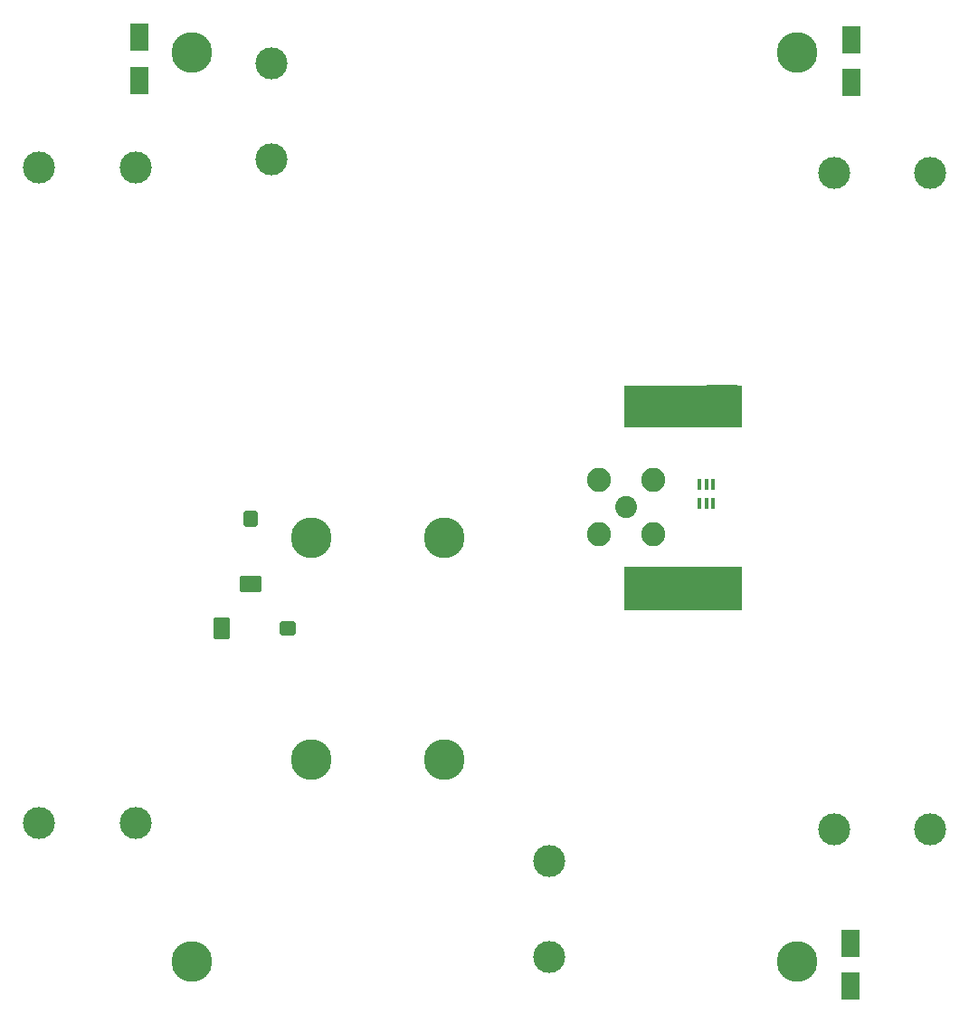
<source format=gts>
%TF.GenerationSoftware,KiCad,Pcbnew,8.0.8*%
%TF.CreationDate,2025-03-29T22:03:17-04:00*%
%TF.ProjectId,ZPlus_Panel,5a506c75-735f-4506-916e-656c2e6b6963,v1b*%
%TF.SameCoordinates,Original*%
%TF.FileFunction,Soldermask,Top*%
%TF.FilePolarity,Negative*%
%FSLAX46Y46*%
G04 Gerber Fmt 4.6, Leading zero omitted, Abs format (unit mm)*
G04 Created by KiCad (PCBNEW 8.0.8) date 2025-03-29 22:03:17*
%MOMM*%
%LPD*%
G01*
G04 APERTURE LIST*
G04 Aperture macros list*
%AMRoundRect*
0 Rectangle with rounded corners*
0 $1 Rounding radius*
0 $2 $3 $4 $5 $6 $7 $8 $9 X,Y pos of 4 corners*
0 Add a 4 corners polygon primitive as box body*
4,1,4,$2,$3,$4,$5,$6,$7,$8,$9,$2,$3,0*
0 Add four circle primitives for the rounded corners*
1,1,$1+$1,$2,$3*
1,1,$1+$1,$4,$5*
1,1,$1+$1,$6,$7*
1,1,$1+$1,$8,$9*
0 Add four rect primitives between the rounded corners*
20,1,$1+$1,$2,$3,$4,$5,0*
20,1,$1+$1,$4,$5,$6,$7,0*
20,1,$1+$1,$6,$7,$8,$9,0*
20,1,$1+$1,$8,$9,$2,$3,0*%
%AMFreePoly0*
4,1,5,2.000000,-5.500000,-2.000000,-5.500000,-2.000000,5.500000,2.000000,5.500000,2.000000,-5.500000,2.000000,-5.500000,$1*%
G04 Aperture macros list end*
%ADD10C,3.000000*%
%ADD11C,2.600000*%
%ADD12C,3.800000*%
%ADD13RoundRect,0.187500X-0.862500X0.562500X-0.862500X-0.562500X0.862500X-0.562500X0.862500X0.562500X0*%
%ADD14RoundRect,0.162500X-0.487500X0.587500X-0.487500X-0.587500X0.487500X-0.587500X0.487500X0.587500X0*%
%ADD15RoundRect,0.175000X-0.825000X0.525000X-0.825000X-0.525000X0.825000X-0.525000X0.825000X0.525000X0*%
%ADD16RoundRect,0.150000X-0.450000X0.550000X-0.450000X-0.550000X0.450000X-0.550000X0.450000X0.550000X0*%
%ADD17R,1.700000X2.500000*%
%ADD18FreePoly0,90.000000*%
%ADD19R,11.000000X4.000000*%
%ADD20R,3.000000X4.000000*%
%ADD21RoundRect,0.187500X0.562500X0.862500X-0.562500X0.862500X-0.562500X-0.862500X0.562500X-0.862500X0*%
%ADD22RoundRect,0.162500X0.587500X0.487500X-0.587500X0.487500X-0.587500X-0.487500X0.587500X-0.487500X0*%
%ADD23RoundRect,0.175000X0.525000X0.825000X-0.525000X0.825000X-0.525000X-0.825000X0.525000X-0.825000X0*%
%ADD24RoundRect,0.150000X0.550000X0.450000X-0.550000X0.450000X-0.550000X-0.450000X0.550000X-0.450000X0*%
%ADD25R,0.350000X1.000000*%
%ADD26C,2.050000*%
%ADD27C,2.250000*%
G04 APERTURE END LIST*
D10*
X140900000Y-56700000D03*
X149900000Y-56700000D03*
D11*
X155182000Y-45965600D03*
D12*
X155182000Y-45965600D03*
D10*
X188600000Y-121500000D03*
X188600000Y-130500000D03*
D11*
X166325000Y-112100000D03*
D12*
X166325000Y-112100000D03*
D11*
X178825000Y-112100000D03*
D12*
X178825000Y-112100000D03*
D13*
X160675000Y-95650000D03*
D14*
X160675000Y-89550000D03*
D15*
X160675000Y-95650000D03*
D16*
X160675000Y-89550000D03*
D11*
X178825000Y-91300000D03*
D12*
X178825000Y-91300000D03*
D11*
X211856000Y-45965600D03*
D12*
X211856000Y-45965600D03*
D17*
X150250000Y-44525000D03*
X150250000Y-48525000D03*
D10*
X162625000Y-55925000D03*
X162625000Y-46925000D03*
X215300000Y-57200000D03*
X224300000Y-57200000D03*
D18*
X201170000Y-96080000D03*
D19*
X201170000Y-79000000D03*
D20*
X204770000Y-96090000D03*
X204770000Y-78990000D03*
D10*
X149900000Y-118000000D03*
X140900000Y-118000000D03*
D11*
X211856000Y-130965600D03*
D12*
X211856000Y-130965600D03*
D21*
X158025000Y-99775000D03*
D22*
X164125000Y-99775000D03*
D23*
X158025000Y-99775000D03*
D24*
X164125000Y-99775000D03*
D10*
X224300000Y-118600000D03*
X215300000Y-118600000D03*
D17*
X216950000Y-44725000D03*
X216950000Y-48725000D03*
D11*
X155182000Y-130965600D03*
D12*
X155182000Y-130965600D03*
D25*
X202674000Y-88084000D03*
X203324000Y-88084000D03*
X203974000Y-88084000D03*
X203974000Y-86284000D03*
X203324000Y-86284000D03*
X202674000Y-86284000D03*
D11*
X166325000Y-91300000D03*
D12*
X166325000Y-91300000D03*
D17*
X216850000Y-129250000D03*
X216850000Y-133250000D03*
D26*
X195800000Y-88400000D03*
D27*
X193260000Y-90940000D03*
X198340000Y-90940000D03*
X193260000Y-85860000D03*
X198340000Y-85860000D03*
M02*

</source>
